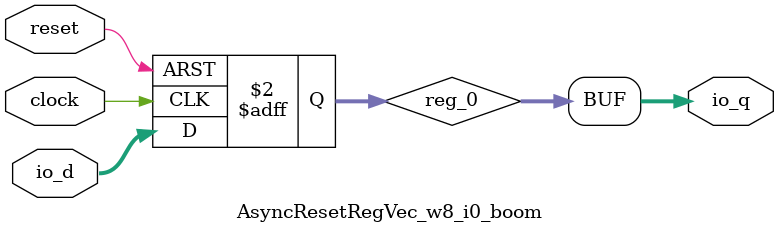
<source format=sv>
`ifndef RANDOMIZE
  `ifdef RANDOMIZE_REG_INIT
    `define RANDOMIZE
  `endif // RANDOMIZE_REG_INIT
`endif // not def RANDOMIZE
`ifndef RANDOMIZE
  `ifdef RANDOMIZE_MEM_INIT
    `define RANDOMIZE
  `endif // RANDOMIZE_MEM_INIT
`endif // not def RANDOMIZE

`ifndef RANDOM
  `define RANDOM $random
`endif // not def RANDOM

// Users can define 'PRINTF_COND' to add an extra gate to prints.
`ifndef PRINTF_COND_
  `ifdef PRINTF_COND
    `define PRINTF_COND_ (`PRINTF_COND)
  `else  // PRINTF_COND
    `define PRINTF_COND_ 1
  `endif // PRINTF_COND
`endif // not def PRINTF_COND_

// Users can define 'ASSERT_VERBOSE_COND' to add an extra gate to assert error printing.
`ifndef ASSERT_VERBOSE_COND_
  `ifdef ASSERT_VERBOSE_COND
    `define ASSERT_VERBOSE_COND_ (`ASSERT_VERBOSE_COND)
  `else  // ASSERT_VERBOSE_COND
    `define ASSERT_VERBOSE_COND_ 1
  `endif // ASSERT_VERBOSE_COND
`endif // not def ASSERT_VERBOSE_COND_

// Users can define 'STOP_COND' to add an extra gate to stop conditions.
`ifndef STOP_COND_
  `ifdef STOP_COND
    `define STOP_COND_ (`STOP_COND)
  `else  // STOP_COND
    `define STOP_COND_ 1
  `endif // STOP_COND
`endif // not def STOP_COND_

// Users can define INIT_RANDOM as general code that gets injected into the
// initializer block for modules with registers.
`ifndef INIT_RANDOM
  `define INIT_RANDOM
`endif // not def INIT_RANDOM

// If using random initialization, you can also define RANDOMIZE_DELAY to
// customize the delay used, otherwise 0.002 is used.
`ifndef RANDOMIZE_DELAY
  `define RANDOMIZE_DELAY 0.002
`endif // not def RANDOMIZE_DELAY

// Define INIT_RANDOM_PROLOG_ for use in our modules below.
`ifndef INIT_RANDOM_PROLOG_
  `ifdef RANDOMIZE
    `ifdef VERILATOR
      `define INIT_RANDOM_PROLOG_ `INIT_RANDOM
    `else  // VERILATOR
      `define INIT_RANDOM_PROLOG_ `INIT_RANDOM #`RANDOMIZE_DELAY begin end
    `endif // VERILATOR
  `else  // RANDOMIZE
    `define INIT_RANDOM_PROLOG_
  `endif // RANDOMIZE
`endif // not def INIT_RANDOM_PROLOG_

module AsyncResetRegVec_w8_i0_boom(
  input        clock,
               reset,
  input  [7:0] io_d,
  output [7:0] io_q
);

  reg [7:0] reg_0;	// @[AsyncResetReg.scala:63:50]
  always @(posedge clock or posedge reset) begin
    if (reset)
      reg_0 <= 8'h0;	// @[AsyncResetReg.scala:63:50]
    else
      reg_0 <= io_d;	// @[AsyncResetReg.scala:63:50]
  end // always @(posedge, posedge)
  `ifndef SYNTHESIS
    `ifdef FIRRTL_BEFORE_INITIAL
      `FIRRTL_BEFORE_INITIAL
    `endif // FIRRTL_BEFORE_INITIAL
    logic [31:0] _RANDOM_0;
    initial begin
      `ifdef INIT_RANDOM_PROLOG_
        `INIT_RANDOM_PROLOG_
      `endif // INIT_RANDOM_PROLOG_
      `ifdef RANDOMIZE_REG_INIT
        _RANDOM_0 = `RANDOM;
        reg_0 = _RANDOM_0[7:0];	// @[AsyncResetReg.scala:63:50]
      `endif // RANDOMIZE_REG_INIT
      `ifdef RANDOMIZE
        if (reset)
          reg_0 = 8'h0;	// @[AsyncResetReg.scala:63:50]
      `endif // RANDOMIZE
    end // initial
    `ifdef FIRRTL_AFTER_INITIAL
      `FIRRTL_AFTER_INITIAL
    `endif // FIRRTL_AFTER_INITIAL
  `endif // not def SYNTHESIS
  assign io_q = reg_0;	// @[AsyncResetReg.scala:63:50]
endmodule


</source>
